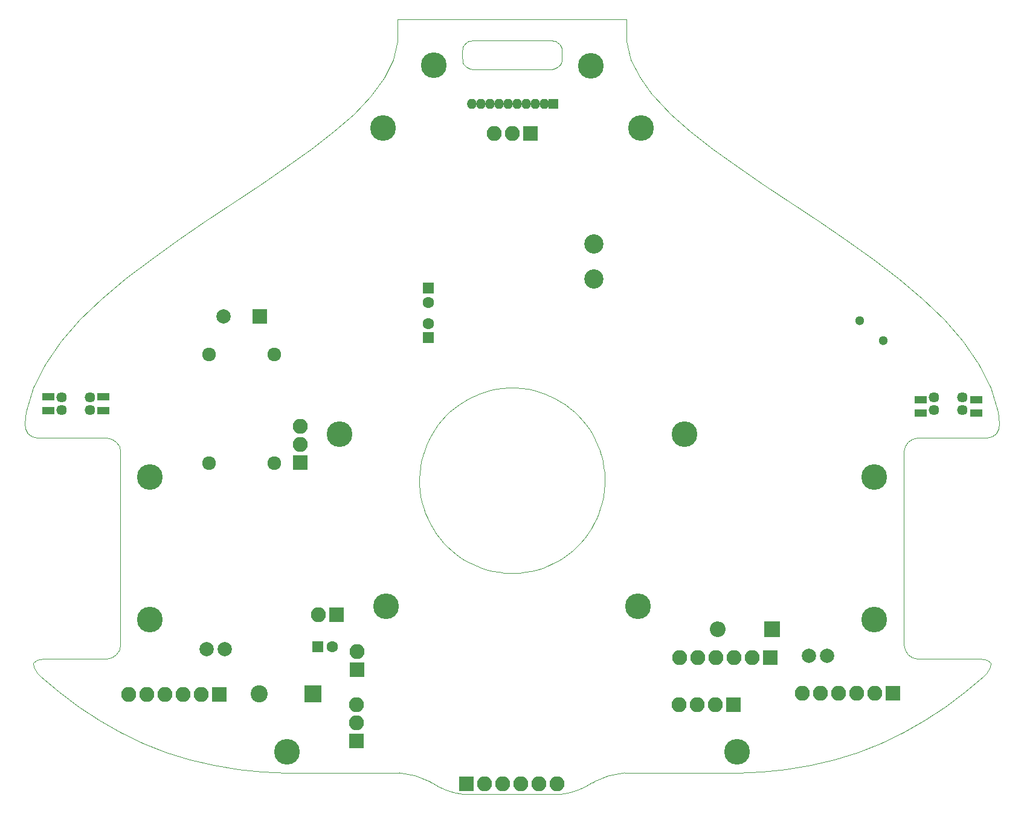
<source format=gbs>
G04 #@! TF.FileFunction,Soldermask,Bot*
%FSLAX46Y46*%
G04 Gerber Fmt 4.6, Leading zero omitted, Abs format (unit mm)*
G04 Created by KiCad (PCBNEW 4.0.7) date 02/25/18 14:16:29*
%MOMM*%
%LPD*%
G01*
G04 APERTURE LIST*
%ADD10C,0.100000*%
%ADD11C,3.600000*%
%ADD12R,2.400000X2.400000*%
%ADD13C,2.400000*%
%ADD14R,2.000000X2.000000*%
%ADD15C,2.000000*%
%ADD16R,1.600000X1.600000*%
%ADD17C,1.600000*%
%ADD18R,2.200000X2.200000*%
%ADD19O,2.200000X2.200000*%
%ADD20R,2.100000X2.100000*%
%ADD21O,2.100000X2.100000*%
%ADD22R,1.400000X1.400000*%
%ADD23O,1.400000X1.400000*%
%ADD24C,1.300000*%
%ADD25C,1.455599*%
%ADD26C,1.924000*%
%ADD27C,2.700000*%
%ADD28R,1.700000X1.100000*%
G04 APERTURE END LIST*
D10*
X55337507Y44112146D02*
X55337507Y44234536D01*
X55525898Y41843304D02*
X55412819Y42651522D01*
X51664431Y103047556D02*
X52284300Y105670699D01*
X55412819Y42651522D02*
X55349274Y43484082D01*
X59209027Y34793445D02*
X58707080Y35317395D01*
X55349274Y43484082D02*
X55337507Y44112146D01*
X13290962Y20281172D02*
X12857417Y19632326D01*
X12208570Y49894278D02*
X12857417Y49460732D01*
X13443203Y21046539D02*
X13290962Y20281172D01*
X2274640Y16612213D02*
X4880860Y14349947D01*
X10524130Y10382675D02*
X13535033Y8696053D01*
X12857417Y49460732D02*
X13290962Y48811886D01*
X23156101Y4915012D02*
X26509704Y4100409D01*
X16653701Y7218170D02*
X19865685Y5955873D01*
X56476027Y38728691D02*
X56165505Y39483396D01*
X56833324Y37994974D02*
X56476027Y38728691D01*
X55689501Y41043782D02*
X55525898Y41843304D01*
X55902985Y40256109D02*
X55689501Y41043782D01*
X56165505Y39483396D02*
X55902985Y40256109D01*
X12857417Y19632326D02*
X12208570Y19198781D01*
X63765186Y56209330D02*
X64537899Y56471850D01*
X46149343Y95447825D02*
X48522250Y97947667D01*
X13443203Y48046520D02*
X13443203Y21046539D01*
X61170533Y33205757D02*
X60503960Y33676590D01*
X59868266Y34188347D02*
X59233597Y34768600D01*
X17783197Y75127250D02*
X21543970Y77806391D01*
X5113893Y63551433D02*
X7775746Y66597371D01*
X48737426Y98239770D02*
X50385513Y100477061D01*
X26509704Y4100409D02*
X29910955Y3515838D01*
X7775746Y66597371D02*
X10824383Y69534288D01*
X2913526Y60384927D02*
X5113893Y63551433D01*
X4880860Y14349947D02*
X7634943Y12270222D01*
X12208570Y19198781D02*
X11443204Y19046540D01*
X11443204Y50046519D02*
X12208570Y49894278D01*
X52284300Y105670699D02*
X52284300Y108670697D01*
X55471660Y45907301D02*
X55614385Y46713819D01*
X68140299Y31055717D02*
X67278481Y31098401D01*
X68262690Y31055717D02*
X68140299Y31055717D01*
X68328313Y31056947D02*
X68262690Y31055717D01*
X1731674Y18894299D02*
X1247485Y18460754D01*
X67278481Y31098401D02*
X66467534Y31189871D01*
X64091397Y31766272D02*
X63328674Y32056543D01*
X40173409Y90490608D02*
X43341496Y92965988D01*
X136179554Y50632305D02*
X135571640Y50198759D01*
X133992887Y19046540D02*
X125213421Y19046540D01*
X136623847Y52046517D02*
X136549040Y51281151D01*
X136623847Y52046517D02*
X136460568Y53644017D01*
X136549040Y51281151D02*
X136179554Y50632305D01*
X135409140Y18460754D02*
X135371740Y17811908D01*
X135371740Y17811908D02*
X134818446Y17046541D01*
X123365663Y48811886D02*
X123213422Y48046520D01*
X77423029Y34768600D02*
X77447599Y34793445D01*
X125832243Y69534288D02*
X122471525Y72373731D01*
X79980703Y49789152D02*
X79597127Y50509480D01*
X116790940Y5955873D02*
X113500524Y4915012D01*
X70531531Y56848938D02*
X69723313Y56962016D01*
X75089696Y55138848D02*
X74379861Y55541511D01*
X80608563Y48283438D02*
X80318292Y49046161D01*
X79597127Y50509480D02*
X79169078Y51204302D01*
X78186488Y52506569D02*
X77606235Y53141239D01*
X79420638Y37285139D02*
X79823301Y37994974D01*
X78485746Y35948217D02*
X78974199Y36601988D01*
X73646144Y55898808D02*
X72891439Y56209330D01*
X73327951Y32056543D02*
X74070942Y32394132D01*
X81276434Y45096354D02*
X81184965Y45907301D01*
X80839553Y47552458D02*
X80608563Y48283438D01*
X71331054Y56685334D02*
X70531531Y56848938D01*
X68890753Y57025561D02*
X67765872Y57025561D01*
X80180598Y38728691D02*
X80491120Y39483396D01*
X76152665Y33676590D02*
X76788359Y34188347D01*
X70992695Y31332079D02*
X71785784Y31524467D01*
X69723313Y56962016D02*
X68890753Y57025561D01*
X74791270Y32777708D02*
X75486092Y33205757D01*
X78974199Y36601988D02*
X79420638Y37285139D01*
X129021682Y12270222D02*
X126132495Y10382675D01*
X103601297Y85513028D02*
X99936839Y88010137D01*
X99936839Y88010137D02*
X96483216Y90490608D01*
X77581391Y53165809D02*
X77057441Y53667755D01*
X115112655Y77806391D02*
X111263907Y80422703D01*
X77606235Y53141239D02*
X77581391Y53165809D01*
X79823301Y37994974D02*
X80180598Y38728691D01*
X136460568Y53644017D02*
X135407279Y57086304D01*
X72118726Y56471850D02*
X71331054Y56685334D01*
X88134375Y97947667D02*
X87919199Y98239770D01*
X135407279Y57086304D02*
X133743099Y60384927D01*
X135571640Y50198759D02*
X134817847Y50046519D01*
X133992887Y19046540D02*
X134924951Y18894299D01*
X122471525Y72373731D02*
X118873428Y75127250D01*
X103312530Y3164009D02*
X99863410Y3046551D01*
X75772847Y54692409D02*
X75089696Y55138848D01*
X79169078Y51204302D02*
X78698246Y51870875D01*
X123121592Y8696053D02*
X120002924Y7218170D01*
X134817847Y50046519D02*
X125213421Y50046519D01*
X80856739Y47483462D02*
X80839553Y47552458D01*
X70189091Y31189871D02*
X70992695Y31332079D01*
X80318292Y49046161D02*
X79980703Y49789152D01*
X93315129Y92965988D02*
X90507282Y95447825D01*
X77949545Y35317395D02*
X78485746Y35948217D01*
X74379861Y55541511D02*
X73646144Y55898808D01*
X134818446Y17046541D02*
X134381985Y16612213D01*
X78698246Y51870875D02*
X78186488Y52506569D01*
X71785784Y31524467D02*
X72565228Y31766272D01*
X81042240Y46713819D02*
X80856739Y47483462D01*
X76426618Y54203956D02*
X75772847Y54692409D01*
X74070942Y32394132D02*
X74791270Y32777708D01*
X81319118Y44234536D02*
X81276434Y45096354D01*
X123365663Y20281172D02*
X123799208Y19632326D01*
X90507282Y95447825D02*
X88134375Y97947667D01*
X80491120Y39483396D02*
X80753640Y40256109D01*
X80967124Y41043782D02*
X81130728Y41843304D01*
X77447599Y34793445D02*
X77949545Y35317395D01*
X81307351Y43484082D02*
X81319118Y44112146D01*
X81130728Y41843304D02*
X81243806Y42651522D01*
X84992194Y103047556D02*
X84372325Y105670699D01*
X80753640Y40256109D02*
X80967124Y41043782D01*
X123213422Y48046520D02*
X123213422Y21046539D01*
X113500524Y4915012D02*
X110146921Y4100409D01*
X123799208Y19632326D02*
X124448055Y19198781D01*
X75486092Y33205757D02*
X76152665Y33676590D01*
X72891439Y56209330D02*
X72118726Y56471850D01*
X120002924Y7218170D02*
X116790940Y5955873D01*
X124448055Y49894278D02*
X123799208Y49460732D01*
X123213422Y21046539D02*
X123365663Y20281172D01*
X123799208Y49460732D02*
X123365663Y48811886D01*
X81243806Y42651522D02*
X81307351Y43484082D01*
X81319118Y44112146D02*
X81319118Y44234536D01*
X76788359Y34188347D02*
X77423029Y34768600D01*
X87919199Y98239770D02*
X86271112Y100477061D01*
X125213421Y50046519D02*
X124448055Y49894278D01*
X68393936Y31055717D02*
X68516326Y31055717D01*
X131542732Y63551433D02*
X128880879Y66597371D01*
X126132495Y10382675D02*
X123121592Y8696053D01*
X118873428Y75127250D02*
X115112655Y77806391D01*
X128880879Y66597371D02*
X125832243Y69534288D01*
X84372325Y105670699D02*
X84372325Y108670697D01*
X124448055Y19198781D02*
X125213421Y19046540D01*
X81184965Y45907301D02*
X81042240Y46713819D01*
X133743099Y60384927D02*
X131542732Y63551433D01*
X134381985Y16612213D02*
X131775766Y14349947D01*
X68328313Y31056947D02*
X68393936Y31055717D01*
X72565228Y31766272D02*
X73327951Y32056543D01*
X68516326Y31055717D02*
X69378144Y31098401D01*
X131775766Y14349947D02*
X129021682Y12270222D01*
X134924951Y18894299D02*
X135409140Y18460754D01*
X69378144Y31098401D02*
X70189091Y31189871D01*
X110146921Y4100409D02*
X106745670Y3515838D01*
X96483216Y90490608D02*
X93315129Y92965988D01*
X79602937Y1677189D02*
G75*
G02X75275511Y46551I-5551025J8174012D01*
G01*
X79602936Y1677189D02*
X79784394Y1788383D01*
X68328313Y46551D02*
X68328313Y46551D01*
X52560764Y3046551D02*
G75*
G02X56872231Y1788383I-953919J-11285182D01*
G01*
X68328313Y46551D02*
X61381115Y46551D01*
X57053689Y1677189D02*
X56872231Y1788383D01*
X68328313Y46551D02*
X68328313Y46551D01*
X52560764Y3046551D02*
X36793216Y3046551D01*
X61381115Y46551D02*
G75*
G02X57053689Y1677189I1223599J9804650D01*
G01*
X74402333Y105625584D02*
X74216537Y105688653D01*
X74741450Y102015204D02*
X74578308Y101906196D01*
X75328308Y103467484D02*
X75277196Y102817005D01*
X62828316Y101705235D02*
X73828309Y101705235D01*
X61767657Y105300425D02*
X61915175Y105429795D01*
X75214127Y104813790D02*
X75127346Y104989765D01*
X33344095Y3164009D02*
X29910955Y3515838D01*
X62254292Y105625584D02*
X62440088Y105688653D01*
X61638287Y105152907D02*
X61767657Y105300425D01*
X61529279Y104989765D02*
X61638287Y105152907D01*
X74888968Y102144574D02*
X74741450Y102015204D01*
X75018338Y102292092D02*
X74888968Y102144574D01*
X61638287Y102292092D02*
X61529279Y102455234D01*
X75127346Y104989765D02*
X75018338Y105152907D01*
X62828316Y101705235D02*
X62440088Y101756346D01*
X75018338Y105152907D02*
X74888968Y105300425D01*
X62828316Y105739764D02*
X73828309Y105739764D01*
X74888968Y105300425D02*
X74741450Y105429795D01*
X75214127Y102631209D02*
X75127346Y102455234D01*
X61915175Y105429795D02*
X62078317Y105538803D01*
X75328308Y104239765D02*
X75277196Y104627994D01*
X61328317Y104239765D02*
X61379429Y104627994D01*
X75277196Y104627994D02*
X75214127Y104813790D01*
X61442498Y102631209D02*
X61379429Y102817005D01*
X61529279Y102455234D02*
X61442498Y102631209D01*
X74578308Y105538803D02*
X74402333Y105625584D01*
X84372325Y108670697D02*
X52284300Y108670697D01*
X62440088Y101756346D02*
X62254292Y101819415D01*
X61767657Y102144574D02*
X61638287Y102292092D01*
X61915175Y102015204D02*
X61767657Y102144574D01*
X74402333Y101819415D02*
X74216537Y101756346D01*
X74578308Y101906196D02*
X74402333Y101819415D01*
X75127346Y102455234D02*
X75018338Y102292092D01*
X79784394Y1788383D02*
G75*
G02X84095861Y3046551I5265386J-10027014D01*
G01*
X99863410Y3046551D02*
X84095861Y3046551D01*
X68328313Y46551D02*
X75275511Y46551D01*
X62254292Y101819415D02*
X62078317Y101906196D01*
X75277196Y102817005D02*
X75214127Y102631209D01*
X76426618Y54203956D02*
X77057441Y53667755D01*
X103312530Y3164009D02*
X106745670Y3515838D01*
X62078317Y105538803D02*
X62254292Y105625584D01*
X61442498Y104813790D02*
X61529279Y104989765D01*
X74216537Y101756346D02*
X73828309Y101705235D01*
X61379429Y104627994D02*
X61442498Y104813790D01*
X74741450Y105429795D02*
X74578308Y105538803D01*
X75328308Y103467484D02*
X75328308Y104239765D01*
X61328317Y103467484D02*
X61379429Y102817005D01*
X62078317Y101906196D02*
X61915175Y102015204D01*
X61328317Y103467484D02*
X61328317Y104239765D01*
X50385513Y100477061D02*
X51664431Y103047556D01*
X60230007Y54203956D02*
X59599184Y53667755D01*
X33055328Y85513028D02*
X25392718Y80422703D01*
X74216537Y105688653D02*
X73828309Y105739764D01*
X86271112Y100477061D02*
X84992194Y103047556D01*
X103601297Y85513028D02*
X111263907Y80422703D01*
X62440088Y105688653D02*
X62828316Y105739764D01*
X107585Y51281151D02*
X477071Y50632305D01*
X32778Y52046517D02*
X196057Y53644017D01*
X477071Y50632305D02*
X1084985Y50198759D01*
X13290962Y48811886D02*
X13443203Y48046520D01*
X55799887Y47483462D02*
X55817072Y47552458D01*
X64870841Y31524467D02*
X64091397Y31766272D01*
X1838778Y50046519D02*
X11443204Y50046519D01*
X63010481Y55898808D02*
X63765186Y56209330D01*
X33055328Y85513028D02*
X36719786Y88010137D01*
X2663738Y19046540D02*
X11443204Y19046540D01*
X55817072Y47552458D02*
X56048062Y48283438D01*
X65663930Y31332079D02*
X64870841Y31524467D01*
X61865355Y32777708D02*
X61170533Y33205757D01*
X1284885Y17811908D02*
X1838179Y17046541D01*
X1249346Y57086304D02*
X2913526Y60384927D01*
X57487547Y51204302D02*
X57958379Y51870875D01*
X66125094Y56848938D02*
X66933312Y56962016D01*
X32778Y52046517D02*
X107585Y51281151D01*
X10824383Y69534288D02*
X14185100Y72373731D01*
X59233597Y34768600D02*
X59209027Y34793445D01*
X1247485Y18460754D02*
X1284885Y17811908D01*
X48522250Y97947667D02*
X48737426Y98239770D01*
X64537899Y56471850D02*
X65325572Y56685334D01*
X58707080Y35317395D02*
X58170879Y35948217D01*
X66933312Y56962016D02*
X67765872Y57025561D01*
X7634943Y12270222D02*
X10524130Y10382675D01*
X14185100Y72373731D02*
X17783197Y75127250D01*
X66467534Y31189871D02*
X65663930Y31332079D01*
X65325572Y56685334D02*
X66125094Y56848938D01*
X56338333Y49046161D02*
X56675922Y49789152D01*
X55337507Y44234536D02*
X55380191Y45096354D01*
X63328674Y32056543D02*
X62585683Y32394132D01*
X58170879Y35948217D02*
X57682426Y36601988D01*
X57682426Y36601988D02*
X57235987Y37285139D01*
X36719786Y88010137D02*
X40173409Y90490608D01*
X59075235Y53165809D02*
X59599184Y53667755D01*
X21543970Y77806391D02*
X25392718Y80422703D01*
X196057Y53644017D02*
X1249346Y57086304D01*
X1084985Y50198759D02*
X1838778Y50046519D01*
X13535033Y8696053D02*
X16653701Y7218170D01*
X19865685Y5955873D02*
X23156101Y4915012D01*
X62585683Y32394132D02*
X61865355Y32777708D01*
X1838179Y17046541D02*
X2274640Y16612213D01*
X56675922Y49789152D02*
X57059498Y50509480D01*
X57059498Y50509480D02*
X57487547Y51204302D01*
X60503960Y33676590D02*
X59868266Y34188347D01*
X59050390Y53141239D02*
X59075235Y53165809D01*
X2663738Y19046540D02*
X1731674Y18894299D01*
X33344095Y3164009D02*
X36793216Y3046551D01*
X57958379Y51870875D02*
X58470137Y52506569D01*
X62276764Y55541511D02*
X63010481Y55898808D01*
X60883778Y54692409D02*
X61566929Y55138848D01*
X57235987Y37285139D02*
X56833324Y37994974D01*
X43341496Y92965988D02*
X46149343Y95447825D01*
X60230007Y54203956D02*
X60883778Y54692409D01*
X61566929Y55138848D02*
X62276764Y55541511D01*
X55614385Y46713819D02*
X55799887Y47483462D01*
X55380191Y45096354D02*
X55471660Y45907301D01*
X56048062Y48283438D02*
X56338333Y49046161D01*
X58470137Y52506569D02*
X59050390Y53141239D01*
D11*
X57317640Y102240080D03*
X79334360Y102219760D03*
X86405720Y93466920D03*
X50251360Y93461840D03*
X92471240Y50515520D03*
X44180760Y50500280D03*
X17520920Y24541480D03*
X17526000Y44541440D03*
X119115840Y24536400D03*
X119110760Y44551600D03*
X36779200Y6024880D03*
X99862640Y6029960D03*
X85994240Y26370280D03*
D12*
X40417737Y14137329D03*
D13*
X32917737Y14137329D03*
D14*
X32933640Y67050920D03*
D15*
X27933640Y67050920D03*
D16*
X41108459Y20708165D03*
D17*
X43108459Y20708165D03*
D16*
X56560299Y64060885D03*
D17*
X56560299Y66060885D03*
D16*
X56606019Y70983405D03*
D17*
X56606019Y68983405D03*
D15*
X109946019Y19433085D03*
X112446019Y19433085D03*
X25536497Y20350169D03*
X28036497Y20350169D03*
D18*
X104778727Y23180619D03*
D19*
X97158727Y23180619D03*
D20*
X104494247Y19182659D03*
D21*
X101954247Y19182659D03*
X99414247Y19182659D03*
X96874247Y19182659D03*
X94334247Y19182659D03*
X91794247Y19182659D03*
D22*
X74080977Y96849889D03*
D23*
X72810977Y96849889D03*
X71540977Y96849889D03*
X70270977Y96849889D03*
X69000977Y96849889D03*
X67730977Y96849889D03*
X66460977Y96849889D03*
X65190977Y96849889D03*
X63920977Y96849889D03*
X62650977Y96849889D03*
D20*
X70885899Y92681605D03*
D21*
X68345899Y92681605D03*
X65805899Y92681605D03*
D20*
X43702819Y25224285D03*
D21*
X41162819Y25224285D03*
D24*
X120387679Y63656863D03*
X117017084Y66485129D03*
D20*
X46607647Y17546899D03*
D21*
X46607647Y20086899D03*
D20*
X121660499Y14180365D03*
D21*
X119120499Y14180365D03*
X116580499Y14180365D03*
X114040499Y14180365D03*
X111500499Y14180365D03*
X108960499Y14180365D03*
D20*
X27339897Y14035729D03*
D21*
X24799897Y14035729D03*
X22259897Y14035729D03*
X19719897Y14035729D03*
X17179897Y14035729D03*
X14639897Y14035729D03*
D20*
X38648219Y46545045D03*
D21*
X38648219Y49085045D03*
X38648219Y51625045D03*
D25*
X127468459Y55694965D03*
X131468459Y55694965D03*
X131468459Y53894965D03*
X127468459Y53894965D03*
X5208099Y55720365D03*
X9208099Y55720365D03*
X9208099Y53920365D03*
X5208099Y53920365D03*
D26*
X35012019Y46468845D03*
X25868019Y46468845D03*
X35012019Y61708845D03*
X25872019Y61708845D03*
D20*
X99359057Y12587929D03*
D21*
X96819057Y12587929D03*
X94279057Y12587929D03*
X91739057Y12587929D03*
D20*
X46547377Y7548569D03*
D21*
X46547377Y10088569D03*
X46547377Y12628569D03*
D27*
X79827120Y72318880D03*
X79827120Y77218880D03*
D28*
X133374979Y55374125D03*
X133374979Y53474125D03*
X11048579Y55770365D03*
X11048579Y53870365D03*
X125592419Y53499525D03*
X125592419Y55399525D03*
X3326979Y53860205D03*
X3326979Y55760205D03*
D20*
X61909960Y1518920D03*
D21*
X64449960Y1518920D03*
X66989960Y1518920D03*
X69529960Y1518920D03*
X72069960Y1518920D03*
X74609960Y1518920D03*
D11*
X50642520Y26365200D03*
M02*

</source>
